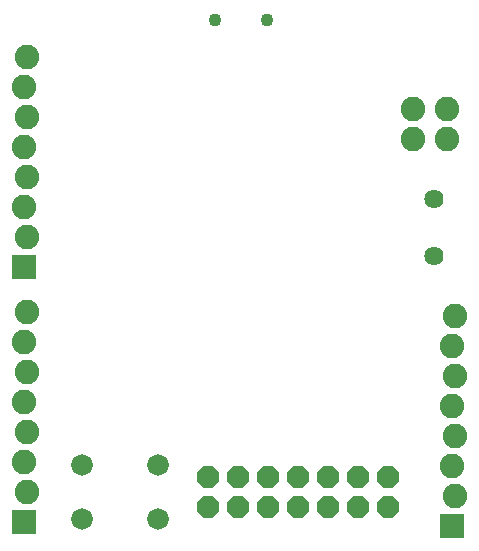
<source format=gbs>
G75*
G70*
%OFA0B0*%
%FSLAX24Y24*%
%IPPOS*%
%LPD*%
%AMOC8*
5,1,8,0,0,1.08239X$1,22.5*
%
%ADD10C,0.0640*%
%ADD11C,0.0434*%
%ADD12R,0.0820X0.0820*%
%ADD13C,0.0820*%
%ADD14OC8,0.0720*%
%ADD15C,0.0720*%
D10*
X014621Y010011D03*
X014621Y011911D03*
D11*
X009027Y017881D03*
X007295Y017881D03*
D12*
X000931Y001141D03*
X000931Y009641D03*
X015211Y001021D03*
D13*
X015311Y002021D03*
X015211Y003021D03*
X015311Y004021D03*
X015211Y005021D03*
X015311Y006021D03*
X015211Y007021D03*
X015311Y008021D03*
X015031Y013901D03*
X015031Y014901D03*
X013891Y014901D03*
X013891Y013901D03*
X001031Y014641D03*
X000931Y013641D03*
X001031Y012641D03*
X000931Y011641D03*
X001031Y010641D03*
X001031Y008141D03*
X000931Y007141D03*
X001031Y006141D03*
X000931Y005141D03*
X001031Y004141D03*
X000931Y003141D03*
X001031Y002141D03*
X000931Y015641D03*
X001031Y016641D03*
D14*
X007081Y002641D03*
X007081Y001641D03*
X008081Y001641D03*
X008081Y002641D03*
X009081Y002641D03*
X009081Y001641D03*
X010081Y001641D03*
X010081Y002641D03*
X011081Y002641D03*
X011081Y001641D03*
X012081Y001641D03*
X012081Y002641D03*
X013081Y002641D03*
X013081Y001641D03*
D15*
X005421Y001251D03*
X005421Y003031D03*
X002861Y003031D03*
X002861Y001251D03*
M02*

</source>
